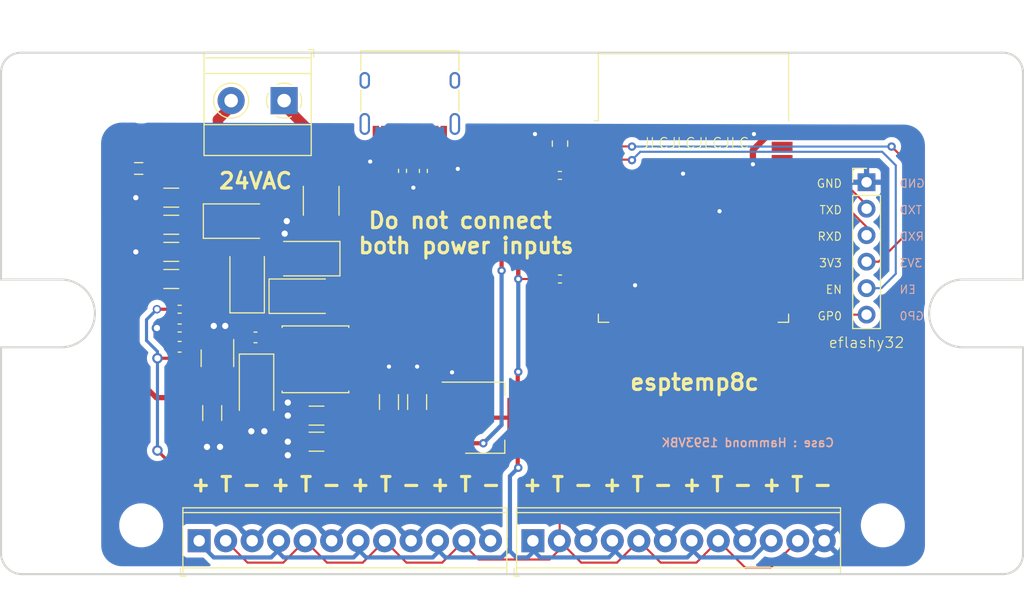
<source format=kicad_pcb>
(kicad_pcb (version 20211014) (generator pcbnew)
  (layers (0 "F.Cu" signal) (31 "B.Cu" signal) (34 "B.Paste" user) (35 "F.Paste" user) (36 "B.SilkS" user "B.Silkscreen") (37 "F.SilkS" user "F.Silkscreen") (38 "B.Mask" user) (39 "F.Mask" user) (44 "Edge.Cuts" user))
  (net 0 "")
  (net 1 "GND")
  (net 2 "/GPIO0")
  (net 3 "/EN")
  (net 4 "/RXD")
  (net 5 "/TXD")
  (net 6 "+5V")
  (net 7 "Net-(D3-Pad1)")
  (net 8 "3V3")
  (net 9 "Net-(C2-Pad1)")
  (net 10 "/Power Section/LX")
  (net 11 "/Power Section/Vrec")
  (net 12 "Net-(C7-Pad1)")
  (net 13 "/Power Section/FB")
  (net 42 "Net-(D1-Pad1)")
  (net 43 "Net-(F1-Pad1)")
  (net 44 "PROBE_BUS")
  (net 45 "Net-(J5-PadA5)")
  (net 49 "Net-(J5-PadB5)")
  (footprint "MountingHole:MountingHole_3.2mm_M3" (layer "F.Cu") (at 51.44 79.32)
    (fp_text reference "H1" hide)
    (fp_text value "MountingHole")
    (pad "" np_thru_hole circle locked (at 0 0) (size 3.2 3.2) (drill 3.2) (layers *.Cu *.Mask))
  )
  (footprint "Capacitor_SMD:C_0603_1608Metric" (layer "F.Cu") (at 55.125 62.2)
    (fp_text reference "C10" hide)
    (fp_text value "0.1uF 50V")
    (pad "1" smd roundrect (at -0.775 0) (size 0.9 0.95) (layers "F.Cu" "F.Paste" "F.Mask") (net 6 "+5V"))
    (pad "2" smd roundrect (at 0.775 0) (size 0.9 0.95) (layers "F.Cu" "F.Paste" "F.Mask") (net 13 "/Power Section/FB"))
  )
  (footprint "Resistor_SMD:R_0402_1005Metric" (layer "F.Cu") (at 55.125 60.4)
    (fp_text reference "R4" hide)
    (fp_text value "680")
    (pad "1" smd roundrect (at -0.51 0) (size 0.54 0.64) (layers "F.Cu" "F.Paste" "F.Mask") (net 1 "GND"))
    (pad "2" smd roundrect (at 0.51 0) (size 0.54 0.64) (layers "F.Cu" "F.Paste" "F.Mask") (net 13 "/Power Section/FB"))
  )
  (footprint "Fuse:Fuse_1812_4532Metric" (layer "F.Cu") (at 68.7 48.2 -90)
    (fp_text reference "F1" hide)
    (fp_text value "140mA hold / 340mA trip mSMD014")
    (pad "1" smd roundrect (at -2.1375 0 270) (size 1.125 3.4) (layers "F.Cu" "F.Paste" "F.Mask") (roundrect_rratio 0.222222) (net 43 "Net-(F1-Pad1)"))
    (pad "2" smd roundrect (at 2.1375 0 270) (size 1.125 3.4) (layers "F.Cu" "F.Paste" "F.Mask") (roundrect_rratio 0.222222) (net 7 "Net-(D3-Pad1)"))
  )
  (footprint "Capacitor_SMD:C_0603_1608Metric" (layer "F.Cu") (at 62.4 61.3)
    (fp_text reference "C2" hide)
    (fp_text value "15nF")
    (pad "1" smd roundrect (at -0.775 0) (size 0.9 0.95) (layers "F.Cu" "F.Paste" "F.Mask") (net 9 "Net-(C2-Pad1)"))
    (pad "2" smd roundrect (at 0.775 0) (size 0.9 0.95) (layers "F.Cu" "F.Paste" "F.Mask") (net 10 "/Power Section/LX"))
  )
  (footprint "Resistor_SMD:R_0402_1005Metric" (layer "F.Cu") (at 91.59 45.77 180)
    (fp_text reference "R1" hide)
    (fp_text value "10k")
    (pad "1" smd roundrect (at -0.51 0 180) (size 0.54 0.64) (layers "F.Cu" "F.Paste" "F.Mask") (net 3 "/EN"))
    (pad "2" smd roundrect (at 0.51 0 180) (size 0.54 0.64) (layers "F.Cu" "F.Paste" "F.Mask") (net 8 "3V3"))
  )
  (footprint "Capacitor_SMD:C_1206_3216Metric" (layer "F.Cu") (at 54.325 55.7 180)
    (fp_text reference "C6" hide)
    (fp_text value "10uF 50V")
    (pad "1" smd roundrect (at -1.475 0 180) (size 1.15 1.8) (layers "F.Cu" "F.Paste" "F.Mask") (roundrect_rratio 0.217391) (net 11 "/Power Section/Vrec"))
    (pad "2" smd roundrect (at 1.475 0 180) (size 1.15 1.8) (layers "F.Cu" "F.Paste" "F.Mask") (roundrect_rratio 0.217391) (net 1 "GND"))
  )
  (footprint "MountingHole:MountingHole_3.2mm_M3" (layer "F.Cu") (at 122.56 79.32)
    (fp_text reference "H2" hide)
    (fp_text value "MountingHole")
    (pad "" np_thru_hole circle locked (at 0 0) (size 3.2 3.2) (drill 3.2) (layers *.Cu *.Mask))
  )
  (footprint "Capacitor_SMD:C_1206_3216Metric" (layer "F.Cu") (at 68.25 71.3 180)
    (fp_text reference "C8" hide)
    (fp_text value "47u")
    (pad "1" smd roundrect (at -1.475 0 180) (size 1.15 1.8) (layers "F.Cu" "F.Paste" "F.Mask") (roundrect_rratio 0.217391) (net 6 "+5V"))
    (pad "2" smd roundrect (at 1.475 0 180) (size 1.15 1.8) (layers "F.Cu" "F.Paste" "F.Mask") (roundrect_rratio 0.217391) (net 1 "GND"))
  )
  (footprint "Capacitor_SMD:C_1206_3216Metric" (layer "F.Cu") (at 68.25 68.8 180)
    (fp_text reference "C9" hide)
    (fp_text value "47u")
    (pad "1" smd roundrect (at -1.475 0 180) (size 1.15 1.8) (layers "F.Cu" "F.Paste" "F.Mask") (roundrect_rratio 0.217391) (net 6 "+5V"))
    (pad "2" smd roundrect (at 1.475 0 180) (size 1.15 1.8) (layers "F.Cu" "F.Paste" "F.Mask") (roundrect_rratio 0.217391) (net 1 "GND"))
  )
  (footprint "MountingHole:MountingHole_3.2mm_M3" (layer "F.Cu") (at 122.56 38.68)
    (fp_text reference "H4" hide)
    (fp_text value "MountingHole")
    (pad "" np_thru_hole circle locked (at 0 0) (size 3.2 3.2) (drill 3.2) (layers *.Cu *.Mask))
  )
  (footprint "Capacitor_SMD:C_1206_3216Metric" (layer "F.Cu") (at 54.325 47.9 180)
    (fp_text reference "C5" hide)
    (fp_text value "10uF 50V")
    (pad "1" smd roundrect (at -1.475 0 180) (size 1.15 1.8) (layers "F.Cu" "F.Paste" "F.Mask") (roundrect_rratio 0.217391) (net 11 "/Power Section/Vrec"))
    (pad "2" smd roundrect (at 1.475 0 180) (size 1.15 1.8) (layers "F.Cu" "F.Paste" "F.Mask") (roundrect_rratio 0.217391) (net 1 "GND"))
  )
  (footprint "Capacitor_SMD:C_0805_2012Metric" (layer "F.Cu") (at 91.6 42.72 -90)
    (fp_text reference "C1" hide)
    (fp_text value "10uF")
    (pad "1" smd roundrect (at -0.95 0 270) (size 1 1.45) (layers "F.Cu" "F.Paste" "F.Mask") (net 1 "GND"))
    (pad "2" smd roundrect (at 0.95 0 270) (size 1 1.45) (layers "F.Cu" "F.Paste" "F.Mask") (net 8 "3V3"))
  )
  (footprint "MountingHole:MountingHole_3.2mm_M3" (layer "F.Cu") (at 51.44 38.68)
    (fp_text reference "H3" hide)
    (fp_text value "MountingHole")
    (pad "" np_thru_hole circle locked (at 0 0) (size 3.2 3.2) (drill 3.2) (layers *.Cu *.Mask))
  )
  (footprint "Inductor_SMD:L_Sunlord_SWPA60xxS" (layer "F.Cu") (at 68.15 63.4)
    (fp_text reference "L1" hide)
    (fp_text value "6.8uH")
    (pad "1" smd rect locked (at -2.25 0) (size 1.7 5.7) (layers "F.Cu" "F.Paste" "F.Mask") (net 10 "/Power Section/LX"))
    (pad "2" smd rect locked (at 2.25 0) (size 1.7 5.7) (layers "F.Cu" "F.Paste" "F.Mask") (net 6 "+5V"))
  )
  (footprint "TerminalBlock_Phoenix:TerminalBlock_Phoenix_MPT-0,5-12-2.54_1x12_P2.54mm_Horizontal" (layer "F.Cu") (at 89 80.8)
    (fp_text reference "J2" hide)
    (fp_text value "Probes")
    (pad "1" thru_hole rect (at 0 0) (size 2.2 2.2) (drill 1.1) (layers *.Cu *.Mask) (net 8 "3V3"))
    (pad "2" thru_hole circle (at 2.54 0) (size 2.2 2.2) (drill 1.1) (layers *.Cu *.Mask) (net 44 "PROBE_BUS"))
    (pad "3" thru_hole circle (at 5.08 0) (size 2.2 2.2) (drill 1.1) (layers *.Cu *.Mask) (net 1 "GND"))
    (pad "4" thru_hole circle (at 7.62 0) (size 2.2 2.2) (drill 1.1) (layers *.Cu *.Mask) (net 8 "3V3"))
    (pad "5" thru_hole circle (at 10.16 0) (size 2.2 2.2) (drill 1.1) (layers *.Cu *.Mask) (net 44 "PROBE_BUS"))
    (pad "6" thru_hole circle (at 12.7 0) (size 2.2 2.2) (drill 1.1) (layers *.Cu *.Mask) (net 1 "GND"))
    (pad "7" thru_hole circle (at 15.24 0) (size 2.2 2.2) (drill 1.1) (layers *.Cu *.Mask) (net 8 "3V3"))
    (pad "8" thru_hole circle (at 17.78 0) (size 2.2 2.2) (drill 1.1) (layers *.Cu *.Mask) (net 44 "PROBE_BUS"))
    (pad "9" thru_hole circle (at 20.32 0) (size 2.2 2.2) (drill 1.1) (layers *.Cu *.Mask) (net 1 "GND"))
    (pad "10" thru_hole circle (at 22.86 0) (size 2.2 2.2) (drill 1.1) (layers *.Cu *.Mask) (net 8 "3V3"))
    (pad "11" thru_hole circle (at 25.4 0) (size 2.2 2.2) (drill 1.1) (layers *.Cu *.Mask) (net 44 "PROBE_BUS"))
    (pad "12" thru_hole circle (at 27.94 0) (size 2.2 2.2) (drill 1.1) (layers *.Cu *.Mask) (net 1 "GND"))
  )
  (footprint "Diode_SMD:D_SMA" (layer "F.Cu") (at 67.1 57.35)
    (fp_text reference "D4" hide)
    (fp_text value "SS210")
    (pad "1" smd rect (at -2 0) (size 2.5 1.8) (layers "F.Cu" "F.Paste" "F.Mask") (net 11 "/Power Section/Vrec"))
    (pad "2" smd rect (at 2 0) (size 2.5 1.8) (layers "F.Cu" "F.Paste" "F.Mask") (net 7 "Net-(D3-Pad1)"))
  )
  (footprint "TerminalBlock_Phoenix:TerminalBlock_Phoenix_MKDS-1,5-2-5.08_1x02_P5.08mm_Horizontal" (layer "F.Cu") (at 65.145 38.595 180)
    (fp_text reference "J4" hide)
    (fp_text value "24VAC")
    (pad "1" thru_hole rect (at 0 0 180) (size 2.6 2.6) (drill 1.3) (layers F&B.Cu *.Mask) (net 43 "Net-(F1-Pad1)"))
    (pad "2" thru_hole circle (at 5.08 0 180) (size 2.6 2.6) (drill 1.3) (layers F&B.Cu *.Mask) (net 42 "Net-(D1-Pad1)"))
  )
  (footprint "Capacitor_SMD:C_1206_3216Metric" (layer "F.Cu") (at 54.325 53.1 180)
    (fp_text reference "C3" hide)
    (fp_text value "10uF 50V")
    (pad "1" smd roundrect (at -1.475 0 180) (size 1.15 1.8) (layers "F.Cu" "F.Paste" "F.Mask") (roundrect_rratio 0.217391) (net 11 "/Power Section/Vrec"))
    (pad "2" smd roundrect (at 1.475 0 180) (size 1.15 1.8) (layers "F.Cu" "F.Paste" "F.Mask") (roundrect_rratio 0.217391) (net 1 "GND"))
  )
  (footprint "Resistor_SMD:R_0402_1005Metric" (layer "F.Cu") (at 76.5 45.33 -90)
    (fp_text reference "R6" hide)
    (fp_text value "5k1")
    (pad "1" smd roundrect (at -0.51 0 270) (size 0.54 0.64) (layers "F.Cu" "F.Paste" "F.Mask") (net 49 "Net-(J5-PadB5)"))
    (pad "2" smd roundrect (at 0.51 0 270) (size 0.54 0.64) (layers "F.Cu" "F.Paste" "F.Mask") (net 1 "GND"))
  )
  (footprint "Capacitor_SMD:C_1206_3216Metric" (layer "F.Cu") (at 54.325 50.5 180)
    (fp_text reference "C4" hide)
    (fp_text value "10uF 50V")
    (pad "1" smd roundrect (at -1.475 0 180) (size 1.15 1.8) (layers "F.Cu" "F.Paste" "F.Mask") (roundrect_rratio 0.217391) (net 11 "/Power Section/Vrec"))
    (pad "2" smd roundrect (at 1.475 0 180) (size 1.15 1.8) (layers "F.Cu" "F.Paste" "F.Mask") (roundrect_rratio 0.217391) (net 1 "GND"))
  )
  (footprint "Connector_PinHeader_2.54mm:PinHeader_1x06_P2.54mm_Vertical" (layer "F.Cu") (at 121 46.42)
    (fp_text reference "J3" hide)
    (fp_text value "eflashy32")
    (pad "1" thru_hole rect (at 0 0) (size 1.7 1.7) (drill 1) (layers *.Cu *.Mask) (net 1 "GND"))
    (pad "2" thru_hole oval (at 0 2.54) (size 1.7 1.7) (drill 1) (layers *.Cu *.Mask) (net 5 "/TXD"))
    (pad "3" thru_hole oval (at 0 5.08) (size 1.7 1.7) (drill 1) (layers *.Cu *.Mask) (net 4 "/RXD"))
    (pad "4" thru_hole oval (at 0 7.62) (size 1.7 1.7) (drill 1) (layers *.Cu *.Mask) (net 8 "3V3"))
    (pad "5" thru_hole oval (at 0 10.16) (size 1.7 1.7) (drill 1) (layers *.Cu *.Mask) (net 3 "/EN"))
    (pad "6" thru_hole oval (at 0 12.7) (size 1.7 1.7) (drill 1) (layers *.Cu *.Mask) (net 2 "/GPIO0"))
  )
  (footprint "Capacitor_SMD:C_1206_3216Metric" (layer "F.Cu") (at 77.9 67.5 90)
    (fp_text reference "C11" hide)
    (fp_text value "10uF 50V")
    (pad "1" smd roundrect (at -1.475 0 90) (size 1.15 1.8) (layers "F.Cu" "F.Paste" "F.Mask") (roundrect_rratio 0.217391) (net 8 "3V3"))
    (pad "2" smd roundrect (at 1.475 0 90) (size 1.15 1.8) (layers "F.Cu" "F.Paste" "F.Mask") (roundrect_rratio 0.217391) (net 1 "GND"))
  )
  (footprint "Diode_SMD:D_SMA" (layer "F.Cu") (at 67.1 53.75 180)
    (fp_text reference "D3" hide)
    (fp_text value "SS210")
    (pad "1" smd rect (at -2 0 180) (size 2.5 1.8) (layers "F.Cu" "F.Paste" "F.Mask") (net 7 "Net-(D3-Pad1)"))
    (pad "2" smd rect (at 2 0 180) (size 2.5 1.8) (layers "F.Cu" "F.Paste" "F.Mask") (net 1 "GND"))
  )
  (footprint "Package_TO_SOT_SMD:SOT-223-3_TabPin2" (layer "F.Cu") (at 84.4 69)
    (fp_text reference "U3" hide)
    (fp_text value "AMS1117-3.3")
    (pad "1" smd rect (at -3.15 -2.3) (size 2 1.5) (layers "F.Cu" "F.Paste" "F.Mask") (net 1 "GND"))
    (pad "2" smd rect (at 3.15 0) (size 2 3.8) (layers "F.Cu" "F.Paste" "F.Mask") (net 8 "3V3"))
    (pad "2" smd rect (at -3.15 0) (size 2 1.5) (layers "F.Cu" "F.Paste" "F.Mask") (net 8 "3V3"))
    (pad "3" smd rect (at -3.15 2.3) (size 2 1.5) (layers "F.Cu" "F.Paste" "F.Mask") (net 6 "+5V"))
  )
  (footprint "Diode_SMD:D_SMA" (layer "F.Cu") (at 61.6 55.55 90)
    (fp_text reference "D2" hide)
    (fp_text value "SS210")
    (pad "1" smd rect (at -2 0 90) (size 2.5 1.8) (layers "F.Cu" "F.Paste" "F.Mask") (net 11 "/Power Section/Vrec"))
    (pad "2" smd rect (at 2 0 90) (size 2.5 1.8) (layers "F.Cu" "F.Paste" "F.Mask") (net 42 "Net-(D1-Pad1)"))
  )
  (footprint "Diode_SMD:D_SMA" (layer "F.Cu") (at 62.5 66.3 -90)
    (fp_text reference "D5" hide)
    (fp_text value "SS210")
    (pad "1" smd rect (at -2 0 270) (size 2.5 1.8) (layers "F.Cu" "F.Paste" "F.Mask") (net 10 "/Power Section/LX"))
    (pad "2" smd rect (at 2 0 270) (size 2.5 1.8) (layers "F.Cu" "F.Paste" "F.Mask") (net 1 "GND"))
  )
  (footprint "Connector_USB:USB_C_Receptacle_HRO_TYPE-C-31-M-12" (layer "F.Cu") (at 77.2 37.7 180)
    (fp_text reference "J5" hide)
    (fp_text value "USB_C_Receptacle_USB2.0")
    (pad "" np_thru_hole circle (at 2.89 -2.6 180) (size 0.65 0.65) (drill 0.65) (layers *.Cu *.Mask))
    (pad "" np_thru_hole circle (at -2.89 -2.6 180) (size 0.65 0.65) (drill 0.65) (layers *.Cu *.Mask))
    (pad "A1" smd rect (at -3.25 -4.045 180) (size 0.6 1.45) (layers "F.Cu" "F.Paste" "F.Mask") (net 1 "GND"))
    (pad "A4" smd rect (at -2.45 -4.045 180) (size 0.6 1.45) (layers "F.Cu" "F.Paste" "F.Mask") (net 6 "+5V"))
    (pad "A5" smd rect (at -1.25 -4.045 180) (size 0.3 1.45) (layers "F.Cu" "F.Paste" "F.Mask") (net 45 "Net-(J5-PadA5)"))
    (pad "A6" smd rect (at -0.25 -4.045 180) (size 0.3 1.45) (layers "F.Cu" "F.Paste" "F.Mask"))
    (pad "A7" smd rect (at 0.25 -4.045 180) (size 0.3 1.45) (layers "F.Cu" "F.Paste" "F.Mask"))
    (pad "A8" smd rect (at 1.25 -4.045 180) (size 0.3 1.45) (layers "F.Cu" "F.Paste" "F.Mask"))
    (pad "A9" smd rect (at 2.45 -4.045 180) (size 0.6 1.45) (layers "F.Cu" "F.Paste" "F.Mask") (net 6 "+5V"))
    (pad "A12" smd rect (at 3.25 -4.045 180) (size 0.6 1.45) (layers "F.Cu" "F.Paste" "F.Mask") (net 1 "GND"))
    (pad "B1" smd rect (at 3.25 -4.045 180) (size 0.6 1.45) (layers "F.Cu" "F.Paste" "F.Mask") (net 1 "GND"))
    (pad "B4" smd rect (at 2.45 -4.045 180) (size 0.6 1.45) (layers "F.Cu" "F.Paste" "F.Mask") (net 6 "+5V"))
    (pad "B5" smd rect (at 1.75 -4.045 180) (size 0.3 1.45) (layers "F.Cu" "F.Paste" "F.Mask") (net 49 "Net-(J5-PadB5)"))
    (pad "B6" smd rect (at 0.75 -4.045 180) (size 0.3 1.45) (layers "F.Cu" "F.Paste" "F.Mask"))
    (pad "B7" smd rect (at -0.75 -4.045 180) (size 0.3 1.45) (layers "F.Cu" "F.Paste" "F.Mask"))
    (pad "B8" smd rect (at -1.75 -4.045 180) (size 0.3 1.45) (layers "F.Cu" "F.Paste" "F.Mask"))
    (pad "B9" smd rect (at -2.45 -4.045 180) (size 0.6 1.45) (layers "F.Cu" "F.Paste" "F.Mask") (net 6 "+5V"))
    (pad "B12" smd rect (at -3.25 -4.045 180) (size 0.6 1.45) (layers "F.Cu" "F.Paste" "F.Mask") (net 1 "GND"))
    (pad "S1" thru_hole oval (at 4.32 -3.13 180) (size 1 2.1) (drill oval 0.6 1.7) (layers *.Cu *.Mask))
    (pad "S1" thru_hole oval (at 4.32 1.05 180) (size 1 1.6) (drill oval 0.6 1.2) (layers *.Cu *.Mask))
    (pad "S1" thru_hole oval (at -4.32 1.05 180) (size 1 1.6) (drill oval 0.6 1.2) (layers *.Cu *.Mask))
    (pad "S1" thru_hole oval (at -4.32 -3.13 180) (size 1 2.1) (drill oval 0.6 1.7) (layers *.Cu *.Mask))
  )
  (footprint "Capacitor_SMD:C_1206_3216Metric" (layer "F.Cu") (at 58.25 68.55 -90)
    (fp_text reference "C7" hide)
    (fp_text value "10uF 50V")
    (pad "1" smd roundrect (at -1.475 0 270) (size 1.15 1.8) (layers "F.Cu" "F.Paste" "F.Mask") (roundrect_rratio 0.217391) (net 12 "Net-(C7-Pad1)"))
    (pad "2" smd roundrect (at 1.475 0 270) (size 1.15 1.8) (layers "F.Cu" "F.Paste" "F.Mask") (roundrect_rratio 0.217391) (net 1 "GND"))
  )
  (footprint "Resistor_SMD:R_0402_1005Metric" (layer "F.Cu") (at 55.125 58.6 180)
    (fp_text reference "R3" hide)
    (fp_text value "3k9")
    (pad "1" smd roundrect (at -0.51 0 180) (size 0.54 0.64) (layers "F.Cu" "F.Paste" "F.Mask") (net 13 "/Power Section/FB"))
    (pad "2" smd roundrect (at 0.51 0 180) (size 0.54 0.64) (layers "F.Cu" "F.Paste" "F.Mask") (net 6 "+5V"))
  )
  (footprint "RF_Module:ESP32-WROOM-32" (layer "F.Cu") (at 104.4 49.97)
    (fp_text reference "U1" hide)
    (fp_text value "ESP32-WROOM-32D")
    (pad "1" smd rect (at -8.5 -8.255) (size 2 0.9) (layers "F.Cu" "F.Paste" "F.Mask") (net 1 "GND"))
    (pad "2" smd rect (at -8.5 -6.985) (size 2 0.9) (layers "F.Cu" "F.Paste" "F.Mask") (net 8 "3V3"))
    (pad "3" smd rect (at -8.5 -5.715) (size 2 0.9) (layers "F.Cu" "F.Paste" "F.Mask") (net 3 "/EN"))
    (pad "4" smd rect (at -8.5 -4.445) (size 2 0.9) (layers "F.Cu" "F.Paste" "F.Mask"))
    (pad "5" smd rect (at -8.5 -3.175) (size 2 0.9) (layers "F.Cu" "F.Paste" "F.Mask"))
    (pad "6" smd rect (at -8.5 -1.905) (size 2 0.9) (layers "F.Cu" "F.Paste" "F.Mask"))
    (pad "7" smd rect (at -8.5 -0.635) (size 2 0.9) (layers "F.Cu" "F.Paste" "F.Mask"))
    (pad "8" smd rect (at -8.5 0.635) (size 2 0.9) (layers "F.Cu" "F.Paste" "F.Mask"))
    (pad "9" smd rect (at -8.5 1.905) (size 2 0.9) (layers "F.Cu" "F.Paste" "F.Mask"))
    (pad "10" smd rect (at -8.5 3.175) (size 2 0.9) (layers "F.Cu" "F.Paste" "F.Mask"))
    (pad "11" smd rect (at -8.5 4.445) (size 2 0.9) (layers "F.Cu" "F.Paste" "F.Mask"))
    (pad "12" smd rect (at -8.5 5.715) (size 2 0.9) (layers "F.Cu" "F.Paste" "F.Mask") (net 44 "PROBE_BUS"))
    (pad "13" smd rect (at -8.5 6.985) (size 2 0.9) (layers "F.Cu" "F.Paste" "F.Mask"))
    (pad "14" smd rect (at -8.5 8.255) (size 2 0.9) (layers "F.Cu" "F.Paste" "F.Mask"))
    (pad "15" smd rect (at -5.715 9.255 90) (size 2 0.9) (layers "F.Cu" "F.Paste" "F.Mask") (net 1 "GND"))
    (pad "16" smd rect (at -4.445 9.255 90) (size 2 0.9) (layers "F.Cu" "F.Paste" "F.Mask"))
    (pad "17" smd rect (at -3.175 9.255 90) (size 2 0.9) (layers "F.Cu" "F.Paste" "F.Mask"))
    (pad "18" smd rect (at -1.905 9.255 90) (size 2 0.9) (layers "F.Cu" "F.Paste" "F.Mask"))
    (pad "19" smd rect (at -0.635 9.255 90) (size 2 0.9) (layers "F.Cu" "F.Paste" "F.Mask"))
    (pad "20" smd rect (at 0.635 9.255 90) (size 2 0.9) (layers "F.Cu" "F.Paste" "F.Mask"))
    (pad "21" smd rect (at 1.905 9.255 90) (size 2 0.9) (layers "F.Cu" "F.Paste" "F.Mask"))
    (pad "22" smd rect (at 3.175 9.255 90) (size 2 0.9) (layers "F.Cu" "F.Paste" "F.Mask"))
    (pad "23" smd rect (at 4.445 9.255 90) (size 2 0.9) (layers "F.Cu" "F.Paste" "F.Mask"))
    (pad "24" smd rect (at 5.715 9.255 90) (size 2 0.9) (layers "F.Cu" "F.Paste" "F.Mask"))
    (pad "25" smd rect (at 8.5 8.255) (size 2 0.9) (layers "F.Cu" "F.Paste" "F.Mask") (net 2 "/GPIO0"))
    (pad "26" smd rect (at 8.5 6.985) (size 2 0.9) (layers "F.Cu" "F.Paste" "F.Mask"))
    (pad "27" smd rect (at 8.5 5.715) (size 2 0.9) (layers "F.Cu" "F.Paste" "F.Mask"))
    (pad "28" smd rect (at 8.5 4.445) (size 2 0.9) (layers "F.Cu" "F.Paste" "F.Mask"))
    (pad "29" smd rect (at 8.5 3.175) (size 2 0.9) (layers "F.Cu" "F.Paste" "F.Mask"))
    (pad "30" smd rect (at 8.5 1.905) (size 2 0.9) (layers "F.Cu" "F.Paste" "F.Mask"))
    (pad "31" smd rect (at 8.5 0.635) (size 2 0.9) (layers "F.Cu" "F.Paste" "F.Mask"))
    (pad "32" smd rect (at 8.5 -0.635) (size 2 0.9) (layers "F.Cu" "F.Paste" "F.Mask"))
    (pad "33" smd rect (at 8.5 -1.905) (size 2 0.9) (layers "F.Cu" "F.Paste" "F.Mask"))
    (pad "34" smd rect (at 8.5 -3.175) (size 2 0.9) (layers "F.Cu" "F.Paste" "F.Mask") (net 4 "/RXD"))
    (pad "35" smd rect (at 8.5 -4.445) (size 2 0.9) (layers "F.Cu" "F.Paste" "F.Mask") (net 5 "/TXD"))
    (pad "36" smd rect (at 8.5 -5.715) (size 2 0.9) (layers "F.Cu" "F.Paste" "F.Mask"))
    (pad "37" smd rect (at 8.5 -6.985) (size 2 0.9) (layers "F.Cu" "F.Paste" "F.Mask"))
    (pad "38" smd rect (at 8.5 -8.255) (size 2 0.9) (layers "F.Cu" "F.Paste" "F.Mask") (net 1 "GND"))
    (pad "39" smd rect (at -1 -0.755) (size 5 5) (layers "F.Cu" "F.Paste" "F.Mask") (net 1 "GND"))
    (zone (net 0) (net_name "") (layers *.Cu) (connect_pads (clearance 0)) (min_thickness 0.254)
      (keepout (tracks not_allowed) (vias not_allowed) (pads not_allowed) (copperpour not_allowed) (footprints not_allowed))
      (fill (thermal_gap 0.508) (thermal_bridge_width 0.508))
      (polygon (pts (xy 90.4 40) (xy 118.4 40) (xy 118.4 29.22) (xy 90.4 29.22)))
    )
  )
  (footprint "Diode_SMD:D_SMA" (layer "F.Cu") (at 60.8 50.15)
    (fp_text reference "D1" hide)
    (fp_text value "SS210")
    (pad "1" smd rect (at -2 0) (size 2.5 1.8) (layers "F.Cu" "F.Paste" "F.Mask") (net 42 "Net-(D1-Pad1)"))
    (pad "2" smd rect (at 2 0) (size 2.5 1.8) (layers "F.Cu" "F.Paste" "F.Mask") (net 1 "GND"))
  )
  (footprint "Inductor_SMD:L_0805_2012Metric" (layer "F.Cu") (at 51.2 45.1)
    (fp_text reference "FB1" hide)
    (fp_text value "600@100MHz")
    (pad "1" smd roundrect (at -1.0625 0) (size 0.875 1.2) (layers "F.Cu" "F.Paste" "F.Mask") (net 12 "Net-(C7-Pad1)"))
    (pad "2" smd roundrect (at 1.0625 0) (size 0.875 1.2) (layers "F.Cu" "F.Paste" "F.Mask") (net 11 "/Power Section/Vrec"))
  )
  (footprint "TerminalBlock_Phoenix:TerminalBlock_Phoenix_MPT-0,5-12-2.54_1x12_P2.54mm_Horizontal" (layer "F.Cu") (at 57 80.8)
    (fp_text reference "J1" hide)
    (fp_text value "Probes")
    (pad "1" thru_hole rect (at 0 0) (size 2.2 2.2) (drill 1.1) (layers *.Cu *.Mask) (net 8 "3V3"))
    (pad "2" thru_hole circle (at 2.54 0) (size 2.2 2.2) (drill 1.1) (layers *.Cu *.Mask) (net 44 "PROBE_BUS"))
    (pad "3" thru_hole circle (at 5.08 0) (size 2.2 2.2) (drill 1.1) (layers *.Cu *.Mask) (net 1 "GND"))
    (pad "4" thru_hole circle (at 7.62 0) (size 2.2 2.2) (drill 1.1) (layers *.Cu *.Mask) (net 8 "3V3"))
    (pad "5" thru_hole circle (at 10.16 0) (size 2.2 2.2) (drill 1.1) (layers *.Cu *.Mask) (net 44 "PROBE_BUS"))
    (pad "6" thru_hole circle (at 12.7 0) (size 2.2 2.2) (drill 1.1) (layers *.Cu *.Mask) (net 1 "GND"))
    (pad "7" thru_hole circle (at 15.24 0) (size 2.2 2.2) (drill 1.1) (layers *.Cu *.Mask) (net 8 "3V3"))
    (pad "8" thru_hole circle (at 17.78 0) (size 2.2 2.2) (drill 1.1) (layers *.Cu *.Mask) (net 44 "PROBE_BUS"))
    (pad "9" thru_hole circle (at 20.32 0) (size 2.2 2.2) (drill 1.1) (layers *.Cu *.Mask) (net 1 "GND"))
    (pad "10" thru_hole circle (at 22.86 0) (size 2.2 2.2) (drill 1.1) (layers *.Cu *.Mask) (net 8 "3V3"))
    (pad "11" thru_hole circle (at 25.4 0) (size 2.2 2.2) (drill 1.1) (layers *.Cu *.Mask) (net 44 "PROBE_BUS"))
    (pad "12" thru_hole circle (at 27.94 0) (size 2.2 2.2) (drill 1.1) (layers *.Cu *.Mask) (net 1 "GND"))
  )
  (footprint "Package_TO_SOT_SMD:SOT-23-6" (layer "F.Cu") (at 58.75 63.3 -90)
    (fp_text reference "U2" hide)
    (fp_text value "BD9G101G")
    (pad "1" smd roundrect (at -1.1375 -0.95 270) (size 1.325 0.6) (layers "F.Cu" "F.Paste" "F.Mask") (net 9 "Net-(C2-Pad1)"))
    (pad "2" smd roundrect (at -1.1375 0 270) (size 1.325 0.6) (layers "F.Cu" "F.Paste" "F.Mask") (net 1 "GND"))
    (pad "3" smd roundrect (at -1.1375 0.95 270) (size 1.325 0.6) (layers "F.Cu" "F.Paste" "F.Mask") (net 13 "/Power Section/FB"))
    (pad "4" smd roundrect (at 1.1375 0.95 270) (size 1.325 0.6) (layers "F.Cu" "F.Paste" "F.Mask") (net 12 "Net-(C7-Pad1)"))
    (pad "5" smd roundrect (at 1.1375 0 270) (size 1.325 0.6) (layers "F.Cu" "F.Paste" "F.Mask") (net 12 "Net-(C7-Pad1)"))
    (pad "6" smd roundrect (at 1.1375 -0.95 270) (size 1.325 0.6) (layers "F.Cu" "F.Paste" "F.Mask") (net 10 "/Power Section/LX"))
  )
  (footprint "Resistor_SMD:R_0402_1005Metric" (layer "F.Cu") (at 91.6 55.7)
    (fp_text reference "R2" hide)
    (fp_text value "5k1")
    (pad "1" smd roundrect (at -0.51 0) (size 0.54 0.64) (layers "F.Cu" "F.Paste" "F.Mask") (net 8 "3V3"))
    (pad "2" smd roundrect (at 0.51 0) (size 0.54 0.64) (layers "F.Cu" "F.Paste" "F.Mask") (net 44 "PROBE_BUS"))
  )
  (footprint "Capacitor_SMD:C_1206_3216Metric" (layer "F.Cu") (at 75.2 67.5 90)
    (fp_text reference "C12" hide)
    (fp_text value "10uF 50V")
    (pad "1" smd roundrect (at -1.475 0 90) (size 1.15 1.8) (layers "F.Cu" "F.Paste" "F.Mask") (roundrect_rratio 0.217391) (net 8 "3V3"))
    (pad "2" smd roundrect (at 1.475 0 90) (size 1.15 1.8) (layers "F.Cu" "F.Paste" "F.Mask") (roundrect_rratio 0.217391) (net 1 "GND"))
  )
  (footprint "Resistor_SMD:R_0402_1005Metric" (layer "F.Cu") (at 78.5 45.34 -90)
    (fp_text reference "R5" hide)
    (fp_text value "5k1")
    (pad "1" smd roundrect (at -0.51 0 270) (size 0.54 0.64) (layers "F.Cu" "F.Paste" "F.Mask") (net 45 "Net-(J5-PadA5)"))
    (pad "2" smd roundrect (at 0.51 0 270) (size 0.54 0.64) (layers "F.Cu" "F.Paste" "F.Mask") (net 1 "GND"))
  )
  (gr_arc locked (start 136 82.085786) (mid 135.408789 83.470002) (end 134 83.999999) (layer "Edge.Cuts") (width 0.2))
  (gr_arc locked (start 47 59) (mid 46.048097 61.298097) (end 43.75 62.25) (layer "Edge.Cuts") (width 0.2))
  (gr_arc locked (start 38 35.914214) (mid 38.591211 34.529998) (end 40 34) (layer "Edge.Cuts") (width 0.2))
  (gr_line locked (start 136 82.085786) (end 136 62.25) (layer "Edge.Cuts") (width 0.2))
  (gr_arc locked (start 134 34) (mid 135.408789 34.529998) (end 136 35.914214) (layer "Edge.Cuts") (width 0.2))
  (gr_arc locked (start 130.25 62.25) (mid 127.951903 61.298097) (end 127 59) (layer "Edge.Cuts") (width 0.2))
  (gr_line locked (start 38 62.25) (end 43.75 62.25) (layer "Edge.Cuts") (width 0.2))
  (gr_line locked (start 38 35.914214) (end 38 55.75) (layer "Edge.Cuts") (width 0.2))
  (gr_arc locked (start 40 83.999999) (mid 38.585786 83.414213) (end 38 81.999999) (layer "Edge.Cuts") (width 0.2))
  (gr_line locked (start 130.25 55.75) (end 136 55.75) (layer "Edge.Cuts") (width 0.2))
  (gr_line locked (start 136 55.75) (end 136 35.914214) (layer "Edge.Cuts") (width 0.2))
  (gr_arc locked (start 43.75 55.75) (mid 46.048097 56.701903) (end 47 59) (layer "Edge.Cuts") (width 0.2))
  (gr_line locked (start 134 34) (end 40 34) (layer "Edge.Cuts") (width 0.2))
  (gr_line locked (start 127 59) (end 127 59) (layer "Edge.Cuts") (width 0.2))
  (gr_line locked (start 38 62.25) (end 38 81.999999) (layer "Edge.Cuts") (width 0.2))
  (gr_arc locked (start 127 59) (mid 127.951903 56.701903) (end 130.25 55.75) (layer "Edge.Cuts") (width 0.2))
  (gr_line locked (start 40 83.999999) (end 134 83.999999) (layer "Edge.Cuts") (width 0.2))
  (gr_line locked (start 136 62.25) (end 130.25 62.25) (layer "Edge.Cuts") (width 0.2))
  (gr_line locked (start 43.75 55.75) (end 38 55.75) (layer "Edge.Cuts") (width 0.2))
  (gr_text "Case : Hammond 1593VBK" (at 109.6 71.4) (layer "B.SilkS") (effects (font (size 0.8128 0.8128) (thickness 0.1524)) (justify mirror)))
  (gr_text "GND\n\nTXD\n\nRXD\n\n3V3\n\nEN\n\nGP0" (at 124.1 52.9) (layer "B.SilkS") (effects (font (size 0.79 0.79) (thickness 0.1)) (justify right mirror)))
  (gr_text "+ T - + T - + T - + T -" (at 56.1 75.4) (layer "F.SilkS") (effects (font (size 1.385 1.385) (thickness 0.3048)) (justify left)))
  (gr_text "esptemp8c" (at 104.5 65.6) (layer "F.SilkS") (effects (font (size 1.524 1.524) (thickness 0.3048))))
  (gr_text "GND\n\nTXD\n\nRXD\n\n3V3\n\nEN\n\nGP0" (at 118.7 52.9) (layer "F.SilkS") (effects (font (size 0.79 0.79) (thickness 0.1)) (justify right)))
  (gr_text "+ T - + T - + T - + T -" (at 87.9 75.4) (layer "F.SilkS") (effects (font (size 1.385 1.385) (thickness 0.3048)) (justify left)))
  (gr_text "Do not connect \nboth power inputs" (at 82.6 51.3) (layer "F.SilkS") (effects (font (size 1.5 1.5) (thickness 0.3))))
  (gr_text "eflashy32" (at 121 61.8) (layer "F.SilkS") (effects (font (size 1 1) (thickness 0.1))))
  (gr_text "JLCJLCJLCJLC" (at 104.6 42.67) (layer "F.SilkS") (effects (font (size 1 1) (thickness 0.1))))
  (gr_text "24VAC" (at 62.4 46.3) (layer "F.SilkS") (effects (font (size 1.5 1.5) (thickness 0.3))))
  (segment (start 52.85 53.1) (end 50.925 53.1) (width 1) (layer "F.Cu") (net 1))
  (segment (start 52.85 47.9) (end 50.925 47.9) (width 1) (layer "F.Cu") (net 1))
  (segment (start 58.75 60.55) (end 58.75 62.1625) (width 0.6) (layer "F.Cu") (net 1))
  (segment (start 75.2 66.025) (end 75.2 64.1) (width 0.4) (layer "F.Cu") (net 1))
  (segment (start 62.5 68.3) (end 62.5 69.55) (width 1) (layer "F.Cu") (net 1))
  (segment (start 77.54 46.94) (end 78.36 46.94) (width 0.2) (layer "F.Cu") (net 1))
  (segment (start 78.5 46.8) (end 78.5 45.85) (width 0.2) (layer "F.Cu") (net 1))
  (segment (start 66.775 71.3) (end 65.5 71.3) (width 1) (layer "F.Cu") (net 1))
  (segment (start 95.845 41.77) (end 95.9 41.715) (width 0.6) (layer "F.Cu") (net 1))
  (segment (start 66.775 68.8) (end 66.775 70.025) (width 1) (layer "F.Cu") (net 1))
  (segment (start 98.685 56.415) (end 98.685 59.225) (width 0.6) (layer "F.Cu") (net 1))
  (segment (start 89.23 41.77) (end 89.2 41.8) (width 0.6) (layer "F.Cu") (net 1))
  (segment (start 66.775 70.075) (end 65.5 68.8) (width 1) (layer "F.Cu") (net 1))
  (segment (start 66.775 71.3) (end 66.775 70.075) (width 1) (layer "F.Cu") (net 1))
  (segment (start 91.6 41.77) (end 89.23 41.77) (width 0.6) (layer "F.Cu") (net 1))
  (segment (start 66.775 71.325) (end 65.5 72.6) (width 0.6) (layer "F.Cu") (net 1))
  (segment (start 77.9 64.1) (end 77.9 66.025) (width 0.4) (layer "F.Cu") (net 1))
  (segment (start 62.5 68.3) (end 62.5 69.8) (width 1) (layer "F.Cu") (net 1))
  (segment (start 58.25 71.3) (end 57.75 71.8) (width 1) (layer "F.Cu") (net 1))
  (segment (start 66.775 71.3) (end 66.775 71.325) (width 0.6) (layer "F.Cu") (net 1))
  (segment (start 65.5 67.55) (end 65.5 72.6) (width 1) (layer "F.Cu") (net 1))
  (segment (start 81.25 64.65) (end 81.25 66.7) (width 0.4) (layer "F.Cu") (net 1))
  (segment (start 81.8 45.14) (end 80.45 43.79) (width 0.4) (layer "F.Cu") (net 1))
  (segment (start 59.5 60.2) (end 58.75 60.95) (width 0.6) (layer "F.Cu") (net 1))
  (segment (start 76.84 46.94) (end 76.5 46.6) (width 0.2) (layer "F.Cu") (net 1))
  (segment (start 103.4 49.215) (end 103.4 45.6) (width 0.6) (layer "F.Cu") (net 1))
  (segment (start 110.285 41.715) (end 110.2 41.8) (width 0.6) (layer "F.Cu") (net 1))
  (segment (start 77.54 46.94) (end 76.84 46.94) (width 0.2) (layer "F.Cu") (net 1))
  (segment (start 73.4 44.44) (end 73.95 43.89) (width 0.4) (layer "F.Cu") (net 1))
  (segment (start 58.25 71.05) (end 59 71.8) (width 1) (layer "F.Cu") (net 1))
  (segment (start 81.25 66.7) (end 80.2 66.7) (width 0.4) (layer "F.Cu") (net 1))
  (segment (start 76.5 46.6) (end 76.5 45.84) (width 0.2) (layer "F.Cu") (net 1))
  (segment (start 110.1 43.335) (end 111.72 41.715) (width 0.6) (layer "F.Cu") (net 1))
  (segment (start 62.5 69.8) (end 62 70.3) (width 1) (layer "F.Cu") (net 1))
  (segment (start 65.525 67.55) (end 66.775 68.8) (width 0.6) (layer "F.Cu") (net 1))
  (segment (start 63.25 70.3) (end 62 70.3) (width 1) (layer "F.Cu") (net 1))
  (segment (start 65.1 51.45) (end 65.2 51.35) (width 1) (layer "F.Cu") (net 1))
  (segment (start 103.4 49.215) (end 106.885 49.215) (width 0.6) (layer "F.Cu") (net 1))
  (segment (start 112.9 41.715) (end 110.285 41.715) (width 0.6) (layer "F.Cu") (net 1))
  (segment (start 65.5 67.55) (end 65.525 67.55) (width 0.6) (layer "F.Cu") (net 1))
  (segment (start 59.5 60.2) (end 58.4 60.2) (width 1) (layer "F.Cu") (net 1))
  (segment (start 59 71.8) (end 57.75 71.8) (width 1) (layer "F.Cu") (net 1))
  (segment (start 65.1 53.75) (end 65.1 51.45) (width 1) (layer "F.Cu") (net 1))
  (segment (start 65.4 51.15) (end 65.2 51.35) (width 1) (layer "F.Cu") (net 1))
  (segment (start 58.25 70.025) (end 58.25 71.05) (width 1) (layer "F.Cu") (net 1))
  (segment (start 62.8 50.15) (end 65.4 50.15) (width 1) (layer "F.Cu") (net 1))
  (segment (start 110.1 44.7) (end 110.1 43.335) (width 0.6) (layer "F.Cu") (net 1))
  (segment (start 58.4 60.2) (end 58.75 60.55) (width 0.6) (layer "F.Cu") (net 1))
  (segment (start 58.25 70.025) (end 58.25 71.3) (width 1) (layer "F.Cu") (net 1))
  (segment (start 62.5 69.55) (end 63.25 70.3) (width 1) (layer "F.Cu") (net 1))
  (segment (start 65.4 50.15) (end 65.4 51.15) (width 1) (layer "F.Cu") (net 1))
  (segment (start 75.2 66.025) (end 77.9 66.025) (width 0.4) (layer "F.Cu") (net 1))
  (segment (start 52.85 47.9) (end 52.85 55.7) (width 1) (layer "F.Cu") (net 1))
  (segment (start 98.8 56.3) (end 98.685 56.415) (width 0.6) (layer "F.Cu") (net 1))
  (segment (start 78.36 46.94) (end 78.5 46.8) (width 0.2) (layer "F.Cu") (net 1))
  (segment (start 54.3 60.4) (end 52.95 60.4) (width 0.3) (layer "F.Cu") (net 1))
  (segment (start 80.45 43.79) (end 80.45 42.185) (width 0.4) (layer "F.Cu") (net 1))
  (segment (start 66.775 68.8) (end 65.5 68.8) (width 1) (layer "F.Cu") (net 1))
  (segment (start 111.72 41.715) (end 112.9 41.715) (width 0.6) (layer "F.Cu") (net 1))
  (segment (start 66.775 70.025) (end 65.5 71.3) (width 1) (layer "F.Cu") (net 1))
  (segment (start 106.885 49.215) (end 106.9 49.2) (width 0.6) (layer "F.Cu") (net 1))
  (segment (start 79.5 66) (end 77.925 66) (width 0.4) (layer "F.Cu") (net 1))
  (segment (start 77.925 66) (end 77.9 66.025) (width 0.4) (layer "F.Cu") (net 1))
  (segment (start 58.75 60.95) (end 58.75 62.1625) (width 0.6) (layer "F.Cu") (net 1))
  (segment (start 80.2 66.7) (end 79.5 66) (width 0.4) (layer "F.Cu") (net 1))
  (segment (start 91.6 41.77) (end 95.845 41.77) (width 0.6) (layer "F.Cu") (net 1))
  (segment (start 73.95 43.89) (end 73.95 42.185) (width 0.4) (layer "F.Cu") (net 1))
  (via (at 50.925 53.1) (size 0.8) (drill 0.5) (layers "F.Cu" "B.Cu") (net 1))
  (via (at 65.5 67.55) (size 1) (drill 0.6) (layers "F.Cu" "B.Cu") (net 1))
  (via (at 65.5 71.3) (size 1) (drill 0.6) (layers "F.Cu" "B.Cu") (net 1))
  (via (at 89.2 41.8) (size 0.8) (drill 0.4) (layers "F.Cu" "B.Cu") (net 1))
  (via (at 65.2 51.35) (size 1) (drill 0.6) (layers "F.Cu" "B.Cu") (net 1))
  (via (at 58.4 60.2) (size 1) (drill 0.6) (layers "F.Cu" "B.Cu") (net 1))
  (via (at 50.925 47.9) (size 0.8) (drill 0.5) (layers "F.Cu" "B.Cu") (net 1))
  (via (at 98.8 56.3) (size 0.8) (drill 0.4) (layers "F.Cu" "B.Cu") (net 1))
  (via (at 59.5 60.2) (size 1) (drill 0.6) (layers "F.Cu" "B.Cu") (net 1))
  (via (at 59 71.8) (size 1) (drill 0.6) (layers "F.Cu" "B.Cu") (net 1))
  (via (at 81.25 64.65) (size 0.8) (drill 0.4) (layers "F.Cu" "B.Cu") (net 1))
  (via (at 81.8 45.14) (size 0.8) (drill 0.4) (layers "F.Cu" "B.Cu") (net 1))
  (via (at 57.75 71.8) (size 1) (drill 0.6) (layers "F.Cu" "B.Cu") (net 1))
  (via (at 65.5 72.6) (size 1) (drill 0.6) (layers "F.Cu" "B.Cu") (net 1))
  (via (at 73.4 44.44) (size 0.8) (drill 0.4) (layers "F.Cu" "B.Cu") (net 1))
  (via (at 63.25 70.3) (size 1) (drill 0.6) (layers "F.Cu" "B.Cu") (net 1))
  (via (at 110.2 41.8) (size 0.8) (drill 0.4) (layers "F.Cu" "B.Cu") (net 1))
  (via (at 77.54 46.94) (size 0.8) (drill 0.4) (layers "F.Cu" "B.Cu") (net 1))
  (via (at 103.4 45.6) (size 0.8) (drill 0.4) (layers "F.Cu" "B.Cu") (net 1))
  (via (at 106.9 49.2) (size 0.8) (drill 0.4) (layers "F.Cu" "B.Cu") (net 1))
  (via (at 65.5 68.8) (size 1) (drill 0.6) (layers "F.Cu" "B.Cu") (net 1))
  (via (at 65.4 50.15) (size 1) (drill 0.6) (layers "F.Cu" "B.Cu") (net 1))
  (via (at 62 70.3) (size 1) (drill 0.6) (layers "F.Cu" "B.Cu") (net 1))
  (via (at 110.1 44.7) (size 0.8) (drill 0.4) (layers "F.Cu" "B.Cu") (net 1))
  (via (at 77.9 64.1) (size 0.8) (drill 0.4) (layers "F.Cu" "B.Cu") (net 1))
  (via (at 75.2 64.1) (size 0.8) (drill 0.4) (layers "F.Cu" "B.Cu") (net 1))
  (via (at 52.95 60.4) (size 1) (drill 0.6) (layers "F.Cu" "B.Cu") (net 1))
  (segment (start 121 59.12) (end 116.62 59.12) (width 0.2) (layer "F.Cu") (net 2))
  (segment (start 116.62 59.12) (end 115.7 58.2) (width 0.2) (layer "F.Cu") (net 2))
  (segment (start 115.7 58.2) (end 115.675 58.225) (width 0.2) (layer "F.Cu") (net 2))
  (segment (start 115.675 58.225) (end 112.9 58.225) (width 0.2) (layer "F.Cu") (net 2))
  (segment (start 98.5 44.3) (end 98.455 44.255) (width 0.2) (layer "F.Cu") (net 3))
  (segment (start 92.43 45.77) (end 93.945 44.255) (width 0.2) (layer "F.Cu") (net 3))
  (segment (start 98.455 44.255) (end 95.9 44.255) (width 0.2) (layer "F.Cu") (net 3))
  (segment (start 93.945 44.255) (end 95.9 44.255) (width 0.2) (layer "F.Cu") (net 3))
  (segment (start 92.1 45.77) (end 92.43 45.77) (width 0.2) (layer "F.Cu") (net 3))
  (via (at 98.5 44.3) (size 0.8) (drill 0.4) (layers "F.Cu" "B.Cu") (net 3))
  (segment (start 123.8 55.2) (end 122.42 56.58) (width 0.2) (layer "B.Cu") (net 3))
  (segment (start 123.8 44.8) (end 123.8 55.2) (width 0.2) (layer "B.Cu") (net 3))
  (segment (start 122.5 43.5) (end 123.8 44.8) (width 0.2) (layer "B.Cu") (net 3))
  (segment (start 98.5 44.3) (end 99.3 43.5) (width 0.2) (layer "B.Cu") (net 3))
  (segment (start 99.3 43.5) (end 122.5 43.5) (width 0.2) (layer "B.Cu") (net 3))
  (segment (start 122.42 56.58) (end 121 56.58) (width 0.2) (layer "B.Cu") (net 3))
  (segment (start 121 51.5) (end 121 50.7) (width 0.2) (layer "F.Cu") (net 4))
  (segment (start 121 50.7) (end 117.095 46.795) (width 0.2) (layer "F.Cu") (net 4))
  (segment (start 117.095 46.795) (end 112.9 46.795) (width 0.2) (layer "F.Cu") (net 4))
  (segment (start 121 48.96) (end 121 48.6) (width 0.2) (layer "F.Cu") (net 5))
  (segment (start 121 48.6) (end 117.925 45.525) (width 0.2) (layer "F.Cu") (net 5))
  (segment (start 117.925 45.525) (end 112.9 45.525) (width 0.2) (layer "F.Cu") (net 5))
  (segment (start 83.2 50.35) (end 78 50.35) (width 0.4) (layer "F.Cu") (net 6))
  (segment (start 52.95 58.6) (end 54.3 58.6) (width 0.3) (layer "F.Cu") (net 6))
  (segment (start 54.55 73.7) (end 68.6 73.7) (width 0.3) (layer "F.Cu") (net 6))
  (segment (start 84.25 71.45) (end 81.4 71.45) (width 0.4) (layer "F.Cu") (net 6))
  (segment (start 54.5 63.3) (end 54.5 62.2) (width 0.3) (layer "F.Cu") (net 6))
  (segment (start 81.25 71.3) (end 69.725 71.3) (width 0.4) (layer "F.Cu") (net 6))
  (segment (start 53 72.15) (end 54.55 73.7) (width 0.3) (layer "F.Cu") (net 6))
  (segment (start 79.65 46.8) (end 83.2 50.35) (width 0.4) (layer "F.Cu") (net 6))
  (segment (start 53 63.3) (end 54.5 63.3) (width 0.3) (layer "F.Cu") (net 6))
  (segment (start 86 53.15) (end 83.2 50.35) (width 0.4) (layer "F.Cu") (net 6))
  (segment (start 74.75 47.1) (end 74.75 42.185) (width 0.4) (layer "F.Cu") (net 6))
  (segment (start 69.725 68.8) (end 69.725 71.3) (width 1) (layer "F.Cu") (net 6))
  (segment (start 69.725 72.575) (end 69.725 71.3) (width 0.3) (layer "F.Cu") (net 6))
  (segment (start 70.4 63.4) (end 70.15 63.65) (width 1) (layer "F.Cu") (net 6))
  (segment (start 79.65 42.185) (end 79.65 46.8) (width 0.4) (layer "F.Cu") (net 6))
  (segment (start 70.15 63.65) (end 70.15 67.875) (width 1) (layer "F.Cu") (net 6))
  (segment (start 81.4 71.45) (end 81.25 71.3) (width 0.4) (layer "F.Cu") (net 6))
  (segment (start 78 50.35) (end 74.75 47.1) (width 0.4) (layer "F.Cu") (net 6))
  (segment (start 68.6 73.7) (end 69.725 72.575) (width 0.3) (layer "F.Cu") (net 6))
  (segment (start 70.15 67.875) (end 69.6 68.425) (width 1) (layer "F.Cu") (net 6))
  (segment (start 86 54.9) (end 86 53.15) (width 0.4) (layer "F.Cu") (net 6))
  (via (at 84.25 71.45) (size 0.8) (drill 0.4) (layers "F.Cu" "B.Cu") (net 6))
  (via (at 53 72.15) (size 1) (drill 0.6) (layers "F.Cu" "B.Cu") (net 6))
  (via (at 86 54.9) (size 0.8) (drill 0.4) (layers "F.Cu" "B.Cu") (net 6))
  (via (at 53 63.3) (size 1) (drill 0.6) (layers "F.Cu" "B.Cu") (net 6))
  (via (at 52.95 58.6) (size 0.8) (drill 0.5) (layers "F.Cu" "B.Cu") (net 6))
  (segment (start 51.95 59.6) (end 52.95 58.6) (width 0.3) (layer "B.Cu") (net 6))
  (segment (start 53 62.65) (end 51.95 61.6) (width 0.3) (layer "B.Cu") (net 6))
  (segment (start 86 69.7) (end 84.25 71.45) (width 0.4) (layer "B.Cu") (net 6))
  (segment (start 53 63.3) (end 53 62.65) (width 0.3) (layer "B.Cu") (net 6))
  (segment (start 53 63.3) (end 53 72.15) (width 0.3) (layer "B.Cu") (net 6))
  (segment (start 86 54.9) (end 86 69.7) (width 0.4) (layer "B.Cu") (net 6))
  (segment (start 51.95 61.6) (end 51.95 59.6) (width 0.3) (layer "B.Cu") (net 6))
  (segment (start 69.1 53.75) (end 69.1 50.7375) (width 1) (layer "F.Cu") (net 7))
  (segment (start 69.1 50.7375) (end 68.7 50.3375) (width 1) (layer "F.Cu") (net 7))
  (segment (start 69.1 53.75) (end 69.1 57.35) (width 1) (layer "F.Cu") (net 7))
  (segment (start 87.55 69) (end 87.55 73.75) (width 0.4) (layer "F.Cu") (net 8))
  (segment (start 98.5 43) (end 98.485 42.985) (width 0.2) (layer "F.Cu") (net 8))
  (segment (start 124.6 51.6) (end 122.16 54.04) (width 0.2) (layer "F.Cu") (net 8))
  (segment (start 87.6 48.54) (end 90.37 45.77) (width 0.4) (layer "F.Cu") (net 8))
  (segment (start 81.25 69) (end 87.55 69) (width 0.4) (layer "F.Cu") (net 8))
  (segment (start 87.6 55.7) (end 87.6 48.54) (width 0.4) (layer "F.Cu") (net 8))
  (segment (start 87.6 55.7) (end 87.6 47.67) (width 0.4) (layer "F.Cu") (net 8))
  (segment (start 122.16 54.04) (end 121 54.04) (width 0.2) (layer "F.Cu") (net 8))
  (segment (start 124.6 44.2) (end 124.6 51.6) (width 0.2) (layer "F.Cu") (net 8))
  (segment (start 93.815 42.985) (end 95.9 42.985) (width 0.4) (layer "F.Cu") (net 8))
  (segment (start 123.4 43) (end 124.6 44.2) (width 0.2) (layer "F.Cu") (net 8))
  (segment (start 87.55 69) (end 87.55 64.65) (width 0.4) (layer "F.Cu") (net 8))
  (segment (start 91.6 43.67) (end 93.13 43.67) (width 0.4) (layer "F.Cu") (net 8))
  (segment (start 81.25 69) (end 75.225 69) (width 0.4) (layer "F.Cu") (net 8))
  (segment (start 98.485 42.985) (end 95.9 42.985) (width 0.2) (layer "F.Cu") (net 8))
  (segment (start 87.55 64.65) (end 87.6 64.6) (width 0.4) (layer "F.Cu") (net 8))
  (segment (start 87.55 73.75) (end 87.6 73.8) (width 0.4) (layer "F.Cu") (net 8))
  (segment (start 75.225 69) (end 75.2 68.975) (width 0.4) (layer "F.Cu") (net 8))
  (segment (start 87.6 47.67) (end 91.6 43.67) (width 0.4) (layer "F.Cu") (net 8))
  (segment (start 93.13 43.67) (end 93.815 42.985) (width 0.4) (layer "F.Cu") (net 8))
  (segment (start 90.37 45.77) (end 91.08 45.77) (width 0.4) (layer "F.Cu") (net 8))
  (segment (start 91.09 55.7) (end 87.6 55.7) (width 0.2) (layer "F.Cu") (net 8))
  (via (at 123.4 43) (size 0.8) (drill 0.4) (layers "F.Cu" "B.Cu") (net 8))
  (via (at 98.5 43) (size 0.8) (drill 0.4) (layers "F.Cu" "B.Cu") (net 8))
  (via (at 87.6 64.6) (size 0.8) (drill 0.4) (layers "F.Cu" "B.Cu") (net 8))
  (via (at 87.6 55.7) (size 0.8) (drill 0.4) (layers "F.Cu" "B.Cu") (net 8))
  (via (at 87.6 73.8) (size 0.8) (drill 0.4) (layers "F.Cu" "B.Cu") (net 8))
  (segment (start 96.62 81.52) (end 96.9 81.8) (width 0.4) (layer "B.Cu") (net 8))
  (segment (start 89 80.8) (end 89 81.7) (width 0.4) (layer "B.Cu") (net 8))
  (segment (start 123.4 43) (end 98.5 43) (width 0.2) (layer "B.Cu") (net 8))
  (segment (start 64.5 81.8) (end 63.9 82.4) (width 0.4) (layer "B.Cu") (net 8))
  (segment (start 96.62 80.8) (end 96.62 81.52) (width 0.4) (layer "B.Cu") (net 8))
  (segment (start 65.1 82.4) (end 64.5 81.8) (width 0.4) (layer "B.Cu") (net 8))
  (segment (start 87.4 82.4) (end 88.5 82.4) (width 0.4) (layer "B.Cu") (net 8))
  (segment (start 87.6 64.6) (end 87.6 55.7) (width 0.4) (layer "B.Cu") (net 8))
  (segment (start 79.86 81.66) (end 80 81.8) (width 0.4) (layer "B.Cu") (net 8))
  (segment (start 96.9 81.8) (end 97.5 82.4) (width 0.4) (layer "B.Cu") (net 8))
  (segment (start 86 82.4) (end 80.6 82.4) (width 0.4) (layer "B.Cu") (net 8))
  (segment (start 103.8 82.4) (end 104.4 81.8) (width 0.4) (layer "B.Cu") (net 8))
  (segment (start 89 81.7) (end 89.1 81.8) (width 0.4) (layer "B.Cu") (net 8))
  (segment (start 72.4 81.8) (end 71.8 82.4) (width 0.4) (layer "B.Cu") (net 8))
  (segment (start 87.6 73.8) (end 86.8 74.6) (width 0.4) (layer "B.Cu") (net 8))
  (segment (start 96.3 82.4) (end 96.9 81.8) (width 0.4) (layer "B.Cu") (net 8))
  (segment (start 110.1 82.4) (end 111.7 80.8) (width 0.4) (layer "B.Cu") (net 8))
  (segment (start 79.4 82.4) (end 73 82.4) (width 0.4) (layer "B.Cu") (net 8))
  (segment (start 72.24 80.8) (end 72.24 81.64) (width 0.4) (layer "B.Cu") (net 8))
  (segment (start 104.24 81.64) (end 104.4 81.8) (width 0.4) (layer "B.Cu") (net 8))
  (segment (start 89.7 82.4) (end 96.3 82.4) (width 0.4) (layer "B.Cu") (net 8))
  (segment (start 86.8 81.6) (end 86 82.4) (width 0.4) (layer "B.Cu") (net 8))
  (segment (start 72.24 81.64) (end 72.4 81.8) (width 0.4) (layer "B.Cu") (net 8))
  (segment (start 64.62 81.68) (end 64.5 81.8) (width 0.4) (layer "B.Cu") (net 8))
  (segment (start 80 81.8) (end 79.4 82.4) (width 0.4) (layer "B.Cu") (net 8))
  (segment (start 79.86 80.8) (end 79.86 81.66) (width 0.4) (layer "B.Cu") (net 8))
  (segment (start 73 82.4) (end 72.4 81.8) (width 0.4) (layer "B.Cu") (net 8))
  (segment (start 88.5 82.4) (end 89.1 81.8) (width 0.4) (layer "B.Cu") (net 8))
  (segment (start 86.8 80.6) (end 86.8 81.6) (width 0.4) (layer "B.Cu") (net 8))
  (segment (start 58.4 82.4) (end 57 81) (width 0.4) (layer "B.Cu") (net 8))
  (segment (start 89.1 81.8) (end 89.7 82.4) (width 0.4) (layer "B.Cu") (net 8))
  (segment (start 97.5 82.4) (end 103.8 82.4) (width 0.4) (layer "B.Cu") (net 8))
  (segment (start 111.7 80.8) (end 111.86 80.8) (width 0.4) (layer "B.Cu") (net 8))
  (segment (start 86.8 74.6) (end 86.8 80.6) (width 0.4) (layer "B.Cu") (net 8))
  (segment (start 104.4 81.8) (end 105 82.4) (width 0.4) (layer "B.Cu") (net 8))
  (segment (start 80.6 82.4) (end 80 81.8) (width 0.4) (layer "B.Cu") (net 8))
  (segment (start 105 82.4) (end 110.1 82.4) (width 0.4) (layer "B.Cu") (net 8))
  (segment (start 63.9 82.4) (end 58.4 82.4) (width 0.4) (layer "B.Cu") (net 8))
  (segment (start 86.8 81.8) (end 87.4 82.4) (width 0.4) (layer "B.Cu") (net 8))
  (segment (start 71.8 82.4) (end 65.1 82.4) (width 0.4) (layer "B.Cu") (net 8))
  (segment (start 86.8 80.6) (end 86.8 81.8) (width 0.4) (layer "B.Cu") (net 8))
  (segment (start 57 81) (end 57 80.8) (width 0.4) (layer "B.Cu") (net 8))
  (segment (start 104.24 80.8) (end 104.24 81.64) (width 0.4) (layer "B.Cu") (net 8))
  (segment (start 64.62 80.8) (end 64.62 81.68) (width 0.4) (layer "B.Cu") (net 8))
  (segment (start 59.7 62.1625) (end 60.7625 62.1625) (width 0.6) (layer "F.Cu") (net 9))
  (segment (start 60.7625 62.1625) (end 61.625 61.3) (width 0.6) (layer "F.Cu") (net 9))
  (segment (start 62.5 62.8) (end 62.5 64.3) (width 1) (layer "F.Cu") (net 10))
  (segment (start 63.175 61.3) (end 63.175 62.125) (width 1) (layer "F.Cu") (net 10))
  (segment (start 63.175 62.125) (end 62.5 62.8) (width 1) (layer "F.Cu") (net 10))
  (segment (start 55.8 53.1) (end 55.8 50.5) (width 1) (layer "F.Cu") (net 11))
  (segment (start 61.8 57.35) (end 61.6 57.55) (width 1) (layer "F.Cu") (net 11))
  (segment (start 55.8 50.5) (end 55.8 47.9) (width 1) (layer "F.Cu") (net 11))
  (segment (start 55.2 45.1) (end 52.2625 45.1) (width 1) (layer "F.Cu") (net 11))
  (segment (start 55.8 47.9) (end 55.8 45.7) (width 1) (layer "F.Cu") (net 11))
  (segment (start 55.8 57.5) (end 55.85 57.55) (width 1) (layer "F.Cu") (net 11))
  (segment (start 55.85 57.55) (end 61.6 57.55) (width 1) (layer "F.Cu") (net 11))
  (segment (start 55.8 55.7) (end 55.8 53.1) (width 1) (layer "F.Cu") (net 11))
  (segment (start 55.8 57.5) (end 55.8 55.7) (width 1) (layer "F.Cu") (net 11))
  (segment (start 65.1 57.35) (end 61.8 57.35) (width 1) (layer "F.Cu") (net 11))
  (segment (start 55.8 45.7) (end 55.2 45.1) (width 1) (layer "F.Cu") (net 11))
  (segment (start 52.875 67.075) (end 48.7 62.9) (width 0.5) (layer "F.Cu") (net 12))
  (segment (start 58.75 66.05) (end 58.75 64.4375) (width 0.6) (layer "F.Cu") (net 12))
  (segment (start 48.7 62.9) (end 48.7 46.5375) (width 0.5) (layer "F.Cu") (net 12))
  (segment (start 58.25 67.075) (end 52.875 67.075) (width 0.5) (layer "F.Cu") (net 12))
  (segment (start 58.25 66.55) (end 58.75 66.05) (width 0.6) (layer "F.Cu") (net 12))
  (segment (start 57.8 64.4375) (end 58.75 64.4375) (width 0.6) (layer "F.Cu") (net 12))
  (segment (start 48.7 46.5375) (end 50.1375 45.1) (width 0.5) (layer "F.Cu") (net 12))
  (segment (start 57.8 66) (end 57.8 64.4375) (width 0.6) (layer "F.Cu") (net 12))
  (segment (start 58.25 66.45) (end 57.8 66) (width 0.6) (layer "F.Cu") (net 12))
  (segment (start 55.635 61.085) (end 55.635 60.4) (width 0.3) (layer "F.Cu") (net 13))
  (segment (start 55.635 60.4) (end 55.635 58.6) (width 0.3) (layer "F.Cu") (net 13))
  (segment (start 56.05 62.2) (end 57.7625 62.2) (width 0.6) (layer "F.Cu") (net 13))
  (segment (start 57.7625 62.2) (end 57.8 62.1625) (width 0.6) (layer "F.Cu") (net 13))
  (segment (start 55.9 61.35) (end 55.635 61.085) (width 0.3) (layer "F.Cu") (net 13))
  (segment (start 55.9 62.2) (end 55.9 61.35) (width 0.3) (layer "F.Cu") (net 13))
  (segment (start 58.8 50.15) (end 58.8 50.75) (width 1) (layer "F.Cu") (net 42))
  (segment (start 58.8 50.15) (end 58.8 40.42) (width 1) (layer "F.Cu") (net 42))
  (segment (start 58.8 40.42) (end 60.12 39.1) (width 1) (layer "F.Cu") (net 42))
  (segment (start 58.8 50.75) (end 61.6 53.55) (width 1) (layer "F.Cu") (net 42))
  (segment (start 68.7 42.6) (end 65.2 39.1) (width 1) (layer "F.Cu") (net 43))
  (segment (start 68.7 46.0625) (end 68.7 42.6) (width 1) (layer "F.Cu") (net 43))
  (segment (start 109.38 83.4) (end 111.8 83.4) (width 0.2) (layer "F.Cu") (net 44))
  (segment (start 99.16 80.8) (end 101.26 82.9) (width 0.2) (layer "F.Cu") (net 44))
  (segment (start 93.64 82.9) (end 97.06 82.9) (width 0.2) (layer "F.Cu") (net 44))
  (segment (start 111.8 83.4) (end 114.4 80.8) (width 0.2) (layer "F.Cu") (net 44))
  (segment (start 74.78 80.8) (end 76.88 82.9) (width 0.2) (layer "F.Cu") (net 44))
  (segment (start 91.57 57.73) (end 92.11 57.19) (width 0.2) (layer "F.Cu") (net 44))
  (segment (start 101.26 82.9) (end 104.68 82.9) (width 0.2) (layer "F.Cu") (net 44))
  (segment (start 69.26 82.9) (end 72.68 82.9) (width 0.2) (layer "F.Cu") (net 44))
  (segment (start 67.16 80.8) (end 69.26 82.9) (width 0.2) (layer "F.Cu") (net 44))
  (segment (start 91.54 81.66) (end 91.54 80.8) (width 0.2) (layer "F.Cu") (net 44))
  (segment (start 92.125 55.685) (end 95.9 55.685) (width 0.2) (layer "F.Cu") (net 44))
  (segment (start 91.57 80.77) (end 91.57 57.73) (width 0.2) (layer "F.Cu") (net 44))
  (segment (start 82.4 80.8) (end 82.4 81.2) (width 0.2) (layer "F.Cu") (net 44))
  (segment (start 90.6 82.6) (end 91.54 81.66) (width 0.2) (layer "F.Cu") (net 44))
  (segment (start 65.06 82.9) (end 67.16 80.8) (width 0.2) (layer "F.Cu") (net 44))
  (segment (start 83.8 82.6) (end 90.6 82.6) (width 0.2) (layer "F.Cu") (net 44))
  (segment (start 61.64 82.9) (end 65.06 82.9) (width 0.2) (layer "F.Cu") (net 44))
  (segment (start 97.06 82.9) (end 99.16 80.8) (width 0.2) (layer "F.Cu") (net 44))
  (segment (start 80.3 82.9) (end 82.4 80.8) (width 0.2) (layer "F.Cu") (net 44))
  (segment (start 91.54 80.8) (end 91.57 80.77) (width 0.2) (layer "F.Cu") (net 44))
  (segment (start 91.54 80.8) (end 93.64 82.9) (width 0.2) (layer "F.Cu") (net 44))
  (segment (start 92.11 55.7) (end 92.125 55.685) (width 0.2) (layer "F.Cu") (net 44))
  (segment (start 82.4 81.2) (end 83.8 82.6) (width 0.2) (layer "F.Cu") (net 44))
  (segment (start 92.11 57.19) (end 92.11 55.7) (width 0.2) (layer "F.Cu") (net 44))
  (segment (start 106.78 80.8) (end 109.38 83.4) (width 0.2) (layer "F.Cu") (net 44))
  (segment (start 59.54 80.8) (end 61.64 82.9) (width 0.2) (layer "F.Cu") (net 44))
  (segment (start 72.68 82.9) (end 74.78 80.8) (width 0.2) (layer "F.Cu") (net 44))
  (segment (start 104.68 82.9) (end 106.78 80.8) (width 0.2) (layer "F.Cu") (net 44))
  (segment (start 76.88 82.9) (end 80.3 82.9) (width 0.2) (layer "F.Cu") (net 44))
  (segment (start 78.45 44.78) (end 78.45 42.185) (width 0.2) (layer "F.Cu") (net 45))
  (segment (start 78.5 44.83) (end 78.45 44.78) (width 0.2) (layer "F.Cu") (net 45))
  (segment (start 75.45 44.19) (end 75.45 42.185) (width 0.2) (layer "F.Cu") (net 49))
  (segment (start 76.08 44.82) (end 75.45 44.19) (width 0.2) (layer "F.Cu") (net 49))
  (segment (start 76.5 44.82) (end 76.08 44.82) (width 0.2) (layer "F.Cu") (net 49))
  (zone (net 10) (net_name "/Power Section/LX") (layer "F.Cu") (connect_pads yes (clearance 0.508)) (min_thickness 0.254) (fill yes (thermal_gap 0.508) (thermal_bridge_width 0.508))
    (polygon (pts (xy 59.4 65.05) (xy 59.4 63.8) (xy 66.75 62.8) (xy 66.75 66)))
  )
  (zone (net 1) (net_name "GND") (layer "B.Cu") (connect_pads (clearance 0.508)) (min_thickness 0.254) (fill yes (thermal_gap 0.508) (thermal_bridge_width 0.508) (smoothing fillet) (radius 2))
    (polygon (pts (xy 126.6 83.25) (xy 47.606462 83.24668) (xy 47.59095 40.694026) (xy 126.6 40.9)))
  )
)
</source>
